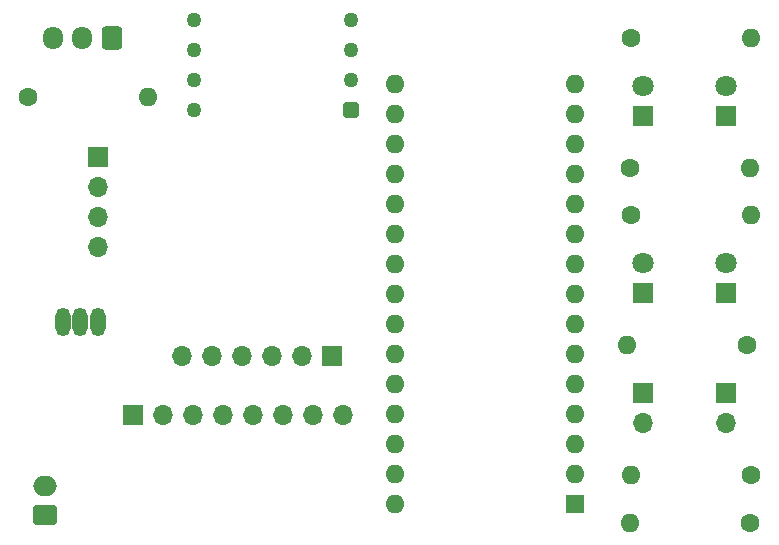
<source format=gbr>
%TF.GenerationSoftware,KiCad,Pcbnew,9.0.0*%
%TF.CreationDate,2025-03-14T04:33:13-06:00*%
%TF.ProjectId,weather_baloon,77656174-6865-4725-9f62-616c6f6f6e2e,rev?*%
%TF.SameCoordinates,Original*%
%TF.FileFunction,Soldermask,Top*%
%TF.FilePolarity,Negative*%
%FSLAX46Y46*%
G04 Gerber Fmt 4.6, Leading zero omitted, Abs format (unit mm)*
G04 Created by KiCad (PCBNEW 9.0.0) date 2025-03-14 04:33:13*
%MOMM*%
%LPD*%
G01*
G04 APERTURE LIST*
G04 Aperture macros list*
%AMRoundRect*
0 Rectangle with rounded corners*
0 $1 Rounding radius*
0 $2 $3 $4 $5 $6 $7 $8 $9 X,Y pos of 4 corners*
0 Add a 4 corners polygon primitive as box body*
4,1,4,$2,$3,$4,$5,$6,$7,$8,$9,$2,$3,0*
0 Add four circle primitives for the rounded corners*
1,1,$1+$1,$2,$3*
1,1,$1+$1,$4,$5*
1,1,$1+$1,$6,$7*
1,1,$1+$1,$8,$9*
0 Add four rect primitives between the rounded corners*
20,1,$1+$1,$2,$3,$4,$5,0*
20,1,$1+$1,$4,$5,$6,$7,0*
20,1,$1+$1,$6,$7,$8,$9,0*
20,1,$1+$1,$8,$9,$2,$3,0*%
G04 Aperture macros list end*
%ADD10C,1.600000*%
%ADD11O,1.600000X1.600000*%
%ADD12O,1.304000X2.404000*%
%ADD13R,1.700000X1.700000*%
%ADD14O,1.700000X1.700000*%
%ADD15R,1.800000X1.800000*%
%ADD16C,1.800000*%
%ADD17RoundRect,0.250000X0.750000X-0.600000X0.750000X0.600000X-0.750000X0.600000X-0.750000X-0.600000X0*%
%ADD18O,2.000000X1.700000*%
%ADD19R,1.600000X1.600000*%
%ADD20RoundRect,0.102000X0.535000X0.535000X-0.535000X0.535000X-0.535000X-0.535000X0.535000X-0.535000X0*%
%ADD21C,1.274000*%
%ADD22RoundRect,0.250000X0.600000X0.725000X-0.600000X0.725000X-0.600000X-0.725000X0.600000X-0.725000X0*%
%ADD23O,1.700000X1.950000*%
G04 APERTURE END LIST*
D10*
%TO.C,R5*%
X221570000Y-78110000D03*
D11*
X231730000Y-78110000D03*
%TD*%
D12*
%TO.C,J2*%
X176500000Y-91100000D03*
X175000000Y-91100000D03*
X173500000Y-91100000D03*
%TD*%
D13*
%TO.C,D5*%
X222650000Y-97110000D03*
D14*
X222650000Y-99650000D03*
%TD*%
D15*
%TO.C,D3*%
X222650000Y-88650000D03*
D16*
X222650000Y-86110000D03*
%TD*%
D10*
%TO.C,R7*%
X170570000Y-72110000D03*
D11*
X180730000Y-72110000D03*
%TD*%
D13*
%TO.C,J3*%
X176500000Y-77120000D03*
D14*
X176500000Y-79660000D03*
X176500000Y-82200000D03*
X176500000Y-84740000D03*
%TD*%
D17*
%TO.C,J4*%
X172000000Y-107500000D03*
D18*
X172000000Y-105000000D03*
%TD*%
D13*
%TO.C,D4*%
X229650000Y-97110000D03*
D14*
X229650000Y-99650000D03*
%TD*%
D15*
%TO.C,D6*%
X229650000Y-88650000D03*
D16*
X229650000Y-86110000D03*
%TD*%
D19*
%TO.C,A1*%
X216890000Y-106510000D03*
D11*
X216890000Y-103970000D03*
X216890000Y-101430000D03*
X216890000Y-98890000D03*
X216890000Y-96350000D03*
X216890000Y-93810000D03*
X216890000Y-91270000D03*
X216890000Y-88730000D03*
X216890000Y-86190000D03*
X216890000Y-83650000D03*
X216890000Y-81110000D03*
X216890000Y-78570000D03*
X216890000Y-76030000D03*
X216890000Y-73490000D03*
X216890000Y-70950000D03*
X201650000Y-70950000D03*
X201650000Y-73490000D03*
X201650000Y-76030000D03*
X201650000Y-78570000D03*
X201650000Y-81110000D03*
X201650000Y-83650000D03*
X201650000Y-86190000D03*
X201650000Y-88730000D03*
X201650000Y-91270000D03*
X201650000Y-93810000D03*
X201650000Y-96350000D03*
X201650000Y-98890000D03*
X201650000Y-101430000D03*
X201650000Y-103970000D03*
X201650000Y-106510000D03*
%TD*%
D13*
%TO.C,J9*%
X179460000Y-98975000D03*
D14*
X182000000Y-98975000D03*
X184540000Y-98975000D03*
X187080000Y-98975000D03*
X189620000Y-98975000D03*
X192160000Y-98975000D03*
X194700000Y-98975000D03*
X197240000Y-98975000D03*
%TD*%
D20*
%TO.C,U3*%
X197950000Y-73190000D03*
D21*
X197950000Y-70650000D03*
X197950000Y-68110000D03*
X197950000Y-65570000D03*
X184650000Y-65570000D03*
X184650000Y-68110000D03*
X184650000Y-70650000D03*
X184650000Y-73190000D03*
%TD*%
D15*
%TO.C,D2*%
X229650000Y-73650000D03*
D16*
X229650000Y-71110000D03*
%TD*%
D13*
%TO.C,OPEN_LOG1*%
X196330000Y-94000000D03*
D14*
X193790000Y-94000000D03*
X191250000Y-94000000D03*
X188710000Y-94000000D03*
X186170000Y-94000000D03*
X183630000Y-94000000D03*
%TD*%
D10*
%TO.C,R3*%
X231730000Y-108110000D03*
D11*
X221570000Y-108110000D03*
%TD*%
D10*
%TO.C,R1*%
X221650000Y-82110000D03*
D11*
X231810000Y-82110000D03*
%TD*%
D15*
%TO.C,D1*%
X222650000Y-73650000D03*
D16*
X222650000Y-71110000D03*
%TD*%
D10*
%TO.C,R4*%
X221650000Y-67110000D03*
D11*
X231810000Y-67110000D03*
%TD*%
D10*
%TO.C,R6*%
X231480000Y-93110000D03*
D11*
X221320000Y-93110000D03*
%TD*%
D10*
%TO.C,R2*%
X231810000Y-104110000D03*
D11*
X221650000Y-104110000D03*
%TD*%
D22*
%TO.C,J1*%
X177650000Y-67110000D03*
D23*
X175150000Y-67110000D03*
X172650000Y-67110000D03*
%TD*%
M02*

</source>
